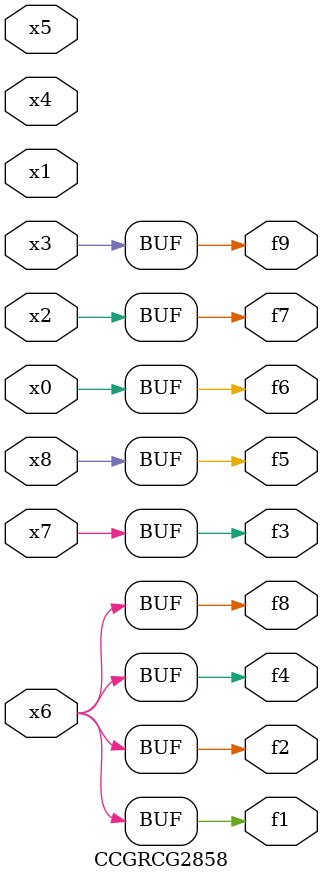
<source format=v>
module CCGRCG2858(
	input x0, x1, x2, x3, x4, x5, x6, x7, x8,
	output f1, f2, f3, f4, f5, f6, f7, f8, f9
);
	assign f1 = x6;
	assign f2 = x6;
	assign f3 = x7;
	assign f4 = x6;
	assign f5 = x8;
	assign f6 = x0;
	assign f7 = x2;
	assign f8 = x6;
	assign f9 = x3;
endmodule

</source>
